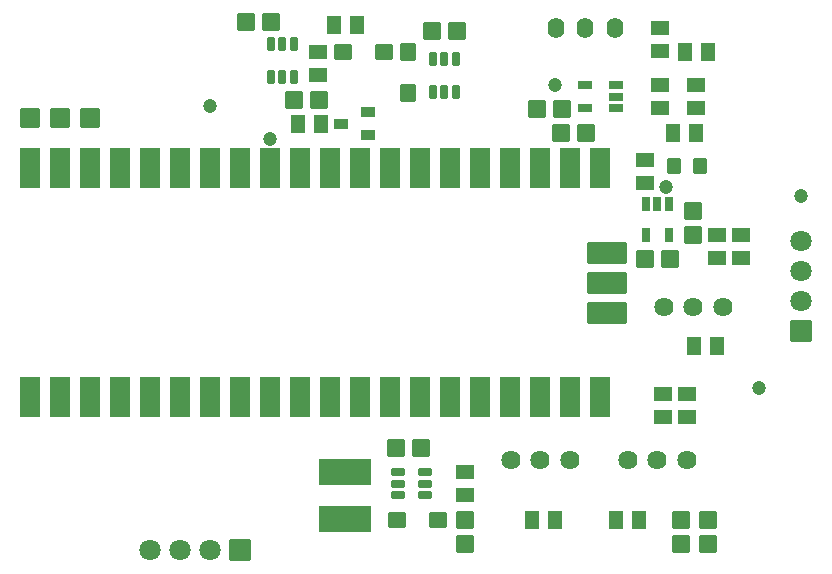
<source format=gts>
G04 Layer: TopSolderMaskLayer*
G04 EasyEDA v6.5.14, 2022-08-19 22:00:23*
G04 9ad5c0e9e1e244c3a0103b4e9fecf948,9a5be75d700b4a6385dc1106f27949ae,10*
G04 Gerber Generator version 0.2*
G04 Scale: 100 percent, Rotated: No, Reflected: No *
G04 Dimensions in millimeters *
G04 leading zeros omitted , absolute positions ,4 integer and 5 decimal *
%FSLAX45Y45*%
%MOMM*%

%AMMACRO1*1,1,$1,$2,$3*1,1,$1,$4,$5*1,1,$1,0-$2,0-$3*1,1,$1,0-$4,0-$5*20,1,$1,$2,$3,$4,$5,0*20,1,$1,$4,$5,0-$2,0-$3,0*20,1,$1,0-$2,0-$3,0-$4,0-$5,0*20,1,$1,0-$4,0-$5,$2,$3,0*4,1,4,$2,$3,$4,$5,0-$2,0-$3,0-$4,0-$5,$2,$3,0*%
%ADD10MACRO1,0.1016X-0.5663X-0.6885X-0.5663X0.6885*%
%ADD11MACRO1,0.1016X0.5663X-0.6885X0.5663X0.6885*%
%ADD12MACRO1,0.1016X-0.705X-0.675X-0.705X0.675*%
%ADD13MACRO1,0.1016X0.705X-0.675X0.705X0.675*%
%ADD14MACRO1,0.1016X0.675X-0.705X-0.675X-0.705*%
%ADD15MACRO1,0.1016X0.675X0.705X-0.675X0.705*%
%ADD16MACRO1,0.1016X0.705X0.675X0.705X-0.675*%
%ADD17MACRO1,0.1016X-0.705X0.675X-0.705X-0.675*%
%ADD18MACRO1,0.1016X-0.6885X0.5663X0.6885X0.5663*%
%ADD19MACRO1,0.1016X-0.6885X-0.5663X0.6885X-0.5663*%
%ADD20MACRO1,0.1016X0.6885X-0.5663X-0.6885X-0.5663*%
%ADD21MACRO1,0.1016X0.6885X0.5663X-0.6885X0.5663*%
%ADD22MACRO1,0.1016X0.275X0.5X0.275X-0.5*%
%ADD23MACRO1,0.1016X0.7874X0.7874X0.7874X-0.7874*%
%ADD24MACRO1,0.1016X-0.536X-0.266X-0.536X0.266*%
%ADD25MACRO1,0.1016X-0.5X0.3X0.5X0.3*%
%ADD26C,1.2032*%
%ADD27MACRO1,0.1016X-0.5X0.625X0.5X0.625*%
%ADD28MACRO1,0.1016X-0.675X0.705X0.675X0.705*%
%ADD29MACRO1,0.1016X-0.675X-0.705X0.675X-0.705*%
%ADD30MACRO1,0.1016X0.7X-0.6X-0.7X-0.6*%
%ADD31MACRO1,0.1016X-0.7X0.6X0.7X0.6*%
%ADD32MACRO1,0.1016X0.6X0.7X0.6X-0.7*%
%ADD33MACRO1,0.1016X0.85X-0.85X-0.85X-0.85*%
%ADD34C,1.8016*%
%ADD35MACRO1,0.1016X-0.85X-0.85X-0.85X0.85*%
%ADD36MACRO1,0.1016X-2.11X1.062X2.11X1.062*%
%ADD37MACRO1,0.1016X-2.11X-1.062X2.11X-1.062*%
%ADD38MACRO1,0.1016X0.5X-0.4X-0.5X-0.4*%
%ADD39MACRO1,0.1016X0.5663X0.6885X0.5663X-0.6885*%
%ADD40MACRO1,0.1016X-0.5663X0.6885X-0.5663X-0.6885*%
%ADD41C,1.6256*%
%ADD42O,1.3999972X1.7500092*%
%ADD43MACRO1,0.1016X-0.3X-0.5X-0.3X0.5*%
%ADD44R,1.8032X3.4032*%
%ADD45MACRO1,0.2032X1.6X-0.8X-1.6X-0.8*%
%ADD46MACRO1,0.204X1.6X-0.8X-1.6X-0.8*%

%LPD*%
D10*
G01*
X2687421Y-1168397D03*
D11*
G01*
X2494168Y-1168397D03*
D12*
G01*
X4725799Y-1041400D03*
D13*
G01*
X4519800Y-1041400D03*
D12*
G01*
X3836799Y-381000D03*
D13*
G01*
X3630800Y-381000D03*
D14*
G01*
X5740400Y-4519800D03*
D15*
G01*
X5740400Y-4725799D03*
D14*
G01*
X3911600Y-4519800D03*
D15*
G01*
X3911600Y-4725799D03*
D16*
G01*
X3326000Y-3911600D03*
D17*
G01*
X3531999Y-3911600D03*
D12*
G01*
X2668399Y-965200D03*
D13*
G01*
X2462400Y-965200D03*
D18*
G01*
X3911600Y-4313026D03*
D19*
G01*
X3911600Y-4119773D03*
D20*
G01*
X2666994Y-563770D03*
D21*
G01*
X2666994Y-757024D03*
D22*
G01*
X3828795Y-901999D03*
G01*
X3733800Y-901999D03*
G01*
X3638804Y-901999D03*
G01*
X3638804Y-621990D03*
G01*
X3733800Y-621990D03*
G01*
X3828795Y-621990D03*
G01*
X2457198Y-775002D03*
G01*
X2362202Y-775002D03*
G01*
X2267206Y-775002D03*
G01*
X2267206Y-494992D03*
G01*
X2362202Y-494992D03*
G01*
X2457198Y-494992D03*
D23*
G01*
X228600Y-1117597D03*
G01*
X482600Y-1117600D03*
D24*
G01*
X3569304Y-4311388D03*
G01*
X3569304Y-4216392D03*
G01*
X3569304Y-4121396D03*
G01*
X3339485Y-4121396D03*
G01*
X3339485Y-4216392D03*
G01*
X3339485Y-4311388D03*
D25*
G01*
X4924577Y-1034793D03*
G01*
X4924577Y-844801D03*
G01*
X5184597Y-844801D03*
G01*
X5184597Y-939797D03*
G01*
X5184597Y-1034793D03*
D26*
G01*
X1752600Y-1016000D03*
G01*
X4673625Y-838225D03*
G01*
X5613425Y-1701800D03*
G01*
X2260625Y-1295425D03*
G01*
X6400800Y-3403600D03*
G01*
X6756400Y-1778000D03*
D27*
G01*
X5901194Y-1523997D03*
G01*
X5681179Y-1523997D03*
D14*
G01*
X5968987Y-4519790D03*
D15*
G01*
X5968987Y-4725789D03*
D12*
G01*
X4928989Y-1244597D03*
D13*
G01*
X4722990Y-1244597D03*
D12*
G01*
X2261994Y-304800D03*
D13*
G01*
X2055995Y-304800D03*
D28*
G01*
X5841987Y-2109594D03*
D29*
G01*
X5841987Y-1903595D03*
D12*
G01*
X5640189Y-2311394D03*
D13*
G01*
X5434190Y-2311394D03*
D30*
G01*
X3331696Y-4521189D03*
G01*
X3678688Y-4521189D03*
D31*
G01*
X3221490Y-558800D03*
G01*
X2874498Y-558800D03*
D32*
G01*
X3428992Y-910093D03*
G01*
X3428992Y-563101D03*
D33*
G01*
X2006597Y-4775189D03*
D34*
G01*
X1752600Y-4775200D03*
G01*
X1498600Y-4775200D03*
G01*
X1244600Y-4775200D03*
D35*
G01*
X6756387Y-2920994D03*
D34*
G01*
X6756374Y-2667000D03*
G01*
X6756374Y-2413000D03*
G01*
X6756374Y-2159000D03*
D36*
G01*
X2895594Y-4517984D03*
D37*
G01*
X2895594Y-4118000D03*
D38*
G01*
X3086795Y-1073396D03*
G01*
X2856793Y-1168392D03*
G01*
X3086793Y-1263398D03*
D18*
G01*
X6248387Y-2306421D03*
D19*
G01*
X6248387Y-2113168D03*
D39*
G01*
X5669160Y-1244597D03*
D40*
G01*
X5862413Y-1244597D03*
D18*
G01*
X5435589Y-1671424D03*
D19*
G01*
X5435589Y-1478170D03*
D10*
G01*
X2992221Y-330200D03*
D11*
G01*
X2798968Y-330200D03*
D10*
G01*
X6040213Y-3047994D03*
D11*
G01*
X5846960Y-3047994D03*
D18*
G01*
X6045187Y-2306421D03*
D19*
G01*
X6045187Y-2113168D03*
D18*
G01*
X5791192Y-3652619D03*
D19*
G01*
X5791192Y-3459365D03*
D18*
G01*
X5587989Y-3652619D03*
D19*
G01*
X5587989Y-3459365D03*
D18*
G01*
X5562587Y-1036424D03*
D19*
G01*
X5562587Y-843170D03*
D10*
G01*
X4668619Y-4521189D03*
D11*
G01*
X4475365Y-4521189D03*
D10*
G01*
X5379816Y-4521189D03*
D11*
G01*
X5186563Y-4521189D03*
D41*
G01*
X5842000Y-2717800D03*
G01*
X5591987Y-2717800D03*
G01*
X6091986Y-2717800D03*
G01*
X4546600Y-4013200D03*
G01*
X4296587Y-4013200D03*
G01*
X4796586Y-4013200D03*
G01*
X5537200Y-4013200D03*
G01*
X5287187Y-4013200D03*
G01*
X5787186Y-4013200D03*
D20*
G01*
X5562589Y-360573D03*
D21*
G01*
X5562589Y-553826D03*
D39*
G01*
X5770760Y-558800D03*
D40*
G01*
X5964013Y-558800D03*
D18*
G01*
X5867387Y-1036424D03*
D19*
G01*
X5867387Y-843170D03*
D42*
G01*
X4677613Y-355600D03*
G01*
X4927600Y-355600D03*
G01*
X5177612Y-355600D03*
D43*
G01*
X5632185Y-2111204D03*
G01*
X5442193Y-2111204D03*
G01*
X5442193Y-1851185D03*
G01*
X5537189Y-1851185D03*
G01*
X5632185Y-1851185D03*
D44*
G01*
X228600Y-3483584D03*
G01*
X482600Y-3483584D03*
G01*
X736600Y-3483584D03*
G01*
X990600Y-3483584D03*
G01*
X1244600Y-3483584D03*
G01*
X1498600Y-3483584D03*
G01*
X1752600Y-3483584D03*
G01*
X2006600Y-3483584D03*
G01*
X2260600Y-3483584D03*
G01*
X2514600Y-3483584D03*
G01*
X2768600Y-3483584D03*
G01*
X3022600Y-3483584D03*
G01*
X3276600Y-3483584D03*
G01*
X3530600Y-3483584D03*
G01*
X3784600Y-3483584D03*
G01*
X4038600Y-3483584D03*
G01*
X4292600Y-3483584D03*
G01*
X4546600Y-3483584D03*
G01*
X4800600Y-3483584D03*
G01*
X5054600Y-3483584D03*
G01*
X5054600Y-1545589D03*
G01*
X4800600Y-1545589D03*
G01*
X4546600Y-1545589D03*
G01*
X4292600Y-1545589D03*
G01*
X4038600Y-1545589D03*
G01*
X3784600Y-1545589D03*
G01*
X3530600Y-1545589D03*
G01*
X3276600Y-1545589D03*
G01*
X3022600Y-1545589D03*
G01*
X2768600Y-1545589D03*
G01*
X2514600Y-1545589D03*
G01*
X2260600Y-1545589D03*
G01*
X2006600Y-1545589D03*
G01*
X1752600Y-1545589D03*
G01*
X1498600Y-1545589D03*
G01*
X1244600Y-1545589D03*
G01*
X990600Y-1545589D03*
G01*
X736600Y-1545589D03*
G01*
X482600Y-1545589D03*
G01*
X228600Y-1545589D03*
D45*
G01*
X5111595Y-2768594D03*
D46*
G01*
X5111595Y-2514594D03*
D45*
G01*
X5111595Y-2260594D03*
D23*
G01*
X736597Y-1117597D03*
M02*

</source>
